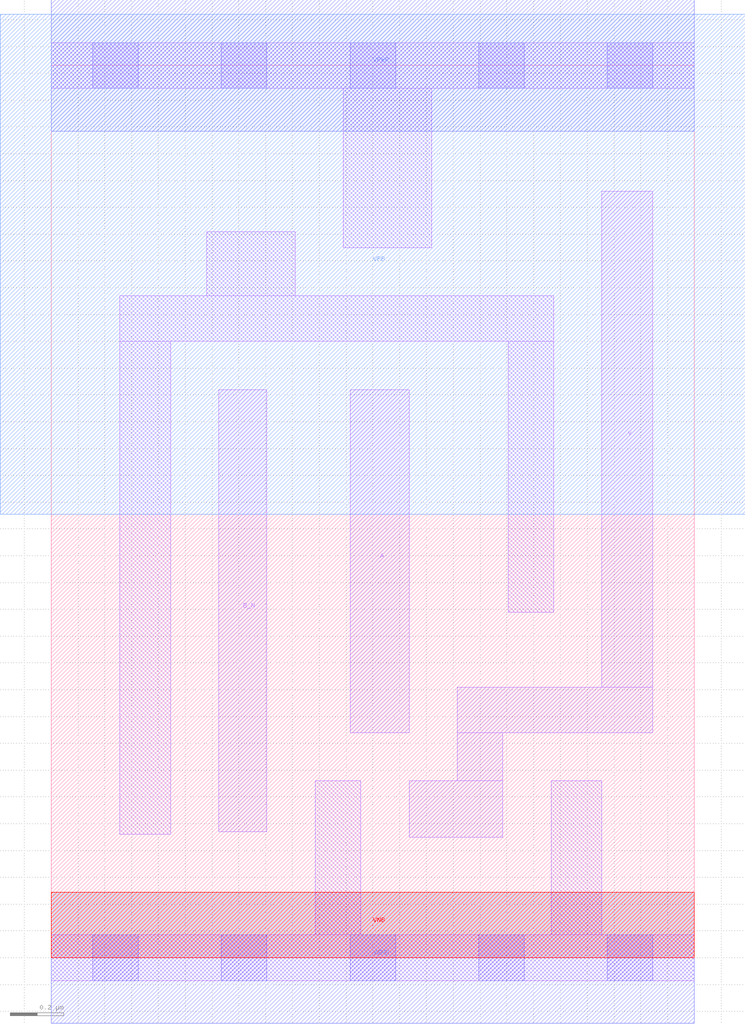
<source format=lef>
# Copyright 2020 The SkyWater PDK Authors
#
# Licensed under the Apache License, Version 2.0 (the "License");
# you may not use this file except in compliance with the License.
# You may obtain a copy of the License at
#
#     https://www.apache.org/licenses/LICENSE-2.0
#
# Unless required by applicable law or agreed to in writing, software
# distributed under the License is distributed on an "AS IS" BASIS,
# WITHOUT WARRANTIES OR CONDITIONS OF ANY KIND, either express or implied.
# See the License for the specific language governing permissions and
# limitations under the License.
#
# SPDX-License-Identifier: Apache-2.0

VERSION 5.7 ;
  NOWIREEXTENSIONATPIN ON ;
  DIVIDERCHAR "/" ;
  BUSBITCHARS "[]" ;
MACRO sky130_fd_sc_lp__nor2b_m
  CLASS CORE ;
  FOREIGN sky130_fd_sc_lp__nor2b_m ;
  ORIGIN  0.000000  0.000000 ;
  SIZE  2.400000 BY  3.330000 ;
  SYMMETRY X Y R90 ;
  SITE unit ;
  PIN A
    ANTENNAGATEAREA  0.126000 ;
    DIRECTION INPUT ;
    USE SIGNAL ;
    PORT
      LAYER li1 ;
        RECT 1.115000 0.840000 1.335000 2.120000 ;
    END
  END A
  PIN B_N
    ANTENNAGATEAREA  0.126000 ;
    DIRECTION INPUT ;
    USE SIGNAL ;
    PORT
      LAYER li1 ;
        RECT 0.625000 0.470000 0.805000 2.120000 ;
    END
  END B_N
  PIN Y
    ANTENNADIFFAREA  0.228900 ;
    DIRECTION OUTPUT ;
    USE SIGNAL ;
    PORT
      LAYER li1 ;
        RECT 1.335000 0.450000 1.685000 0.660000 ;
        RECT 1.515000 0.660000 1.685000 0.840000 ;
        RECT 1.515000 0.840000 2.245000 1.010000 ;
        RECT 2.055000 1.010000 2.245000 2.860000 ;
    END
  END Y
  PIN VGND
    DIRECTION INOUT ;
    USE GROUND ;
    PORT
      LAYER met1 ;
        RECT 0.000000 -0.245000 2.400000 0.245000 ;
    END
  END VGND
  PIN VNB
    DIRECTION INOUT ;
    USE GROUND ;
    PORT
      LAYER pwell ;
        RECT 0.000000 0.000000 2.400000 0.245000 ;
    END
  END VNB
  PIN VPB
    DIRECTION INOUT ;
    USE POWER ;
    PORT
      LAYER nwell ;
        RECT -0.190000 1.655000 2.590000 3.520000 ;
    END
  END VPB
  PIN VPWR
    DIRECTION INOUT ;
    USE POWER ;
    PORT
      LAYER met1 ;
        RECT 0.000000 3.085000 2.400000 3.575000 ;
    END
  END VPWR
  OBS
    LAYER li1 ;
      RECT 0.000000 -0.085000 2.400000 0.085000 ;
      RECT 0.000000  3.245000 2.400000 3.415000 ;
      RECT 0.255000  0.460000 0.445000 2.300000 ;
      RECT 0.255000  2.300000 1.875000 2.470000 ;
      RECT 0.580000  2.470000 0.910000 2.710000 ;
      RECT 0.985000  0.085000 1.155000 0.660000 ;
      RECT 1.090000  2.650000 1.420000 3.245000 ;
      RECT 1.705000  1.290000 1.875000 2.300000 ;
      RECT 1.865000  0.085000 2.055000 0.660000 ;
    LAYER mcon ;
      RECT 0.155000 -0.085000 0.325000 0.085000 ;
      RECT 0.155000  3.245000 0.325000 3.415000 ;
      RECT 0.635000 -0.085000 0.805000 0.085000 ;
      RECT 0.635000  3.245000 0.805000 3.415000 ;
      RECT 1.115000 -0.085000 1.285000 0.085000 ;
      RECT 1.115000  3.245000 1.285000 3.415000 ;
      RECT 1.595000 -0.085000 1.765000 0.085000 ;
      RECT 1.595000  3.245000 1.765000 3.415000 ;
      RECT 2.075000 -0.085000 2.245000 0.085000 ;
      RECT 2.075000  3.245000 2.245000 3.415000 ;
  END
END sky130_fd_sc_lp__nor2b_m
END LIBRARY

</source>
